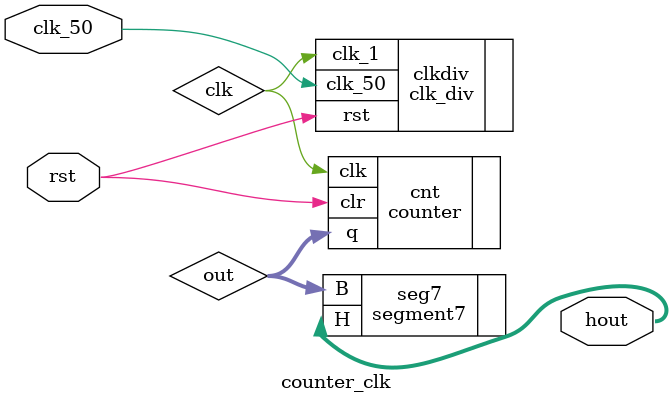
<source format=v>
module counter_clk (
    input wire clk_50,
    input wire rst,
    output wire [6:0] hout
);

    wire clk;
    wire [3:0] out;
    clk_div clkdiv(.clk_50(clk_50),.rst(rst),.clk_1(clk));
    counter cnt (.q(out),.clk(clk),.clr(rst));
    segment7 seg7 (.B(out),.H(hout));
    
endmodule
</source>
